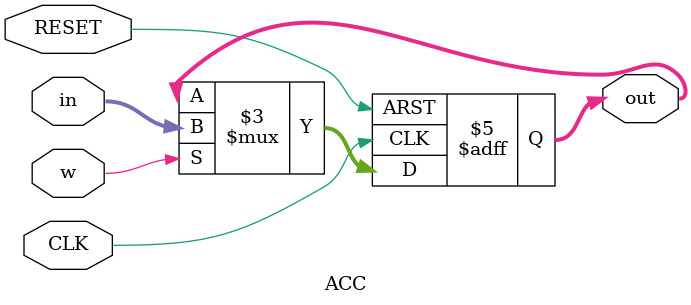
<source format=v>
module ACC(
  input CLK,RESET,w,
  input [15:0] in,
  output reg [15:0] out
);
  
always @(negedge CLK, negedge RESET)
begin
  if (~RESET) 
     begin
        out <= 0;
     end   
   else if (w) 
   begin
        out <= in;  
   end
end
  
endmodule
</source>
